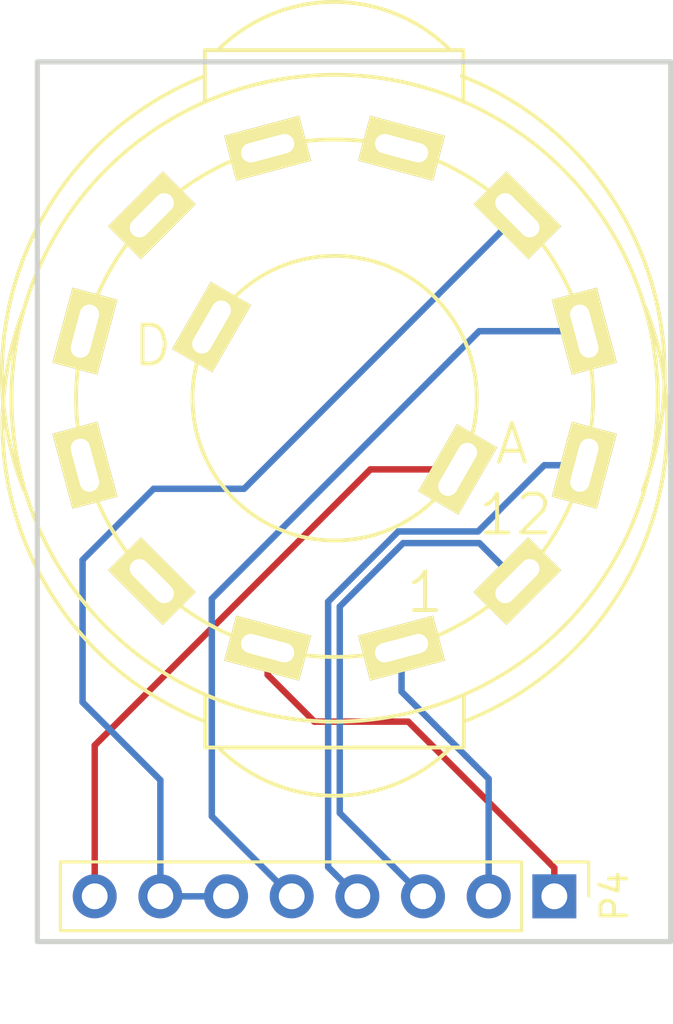
<source format=kicad_pcb>
(kicad_pcb (version 4) (host pcbnew 4.0.2-stable)

  (general
    (links 8)
    (no_connects 0)
    (area 0 0 0 0)
    (thickness 1.6)
    (drawings 8)
    (tracks 38)
    (zones 0)
    (modules 2)
    (nets 8)
  )

  (page A4)
  (layers
    (0 F.Cu signal)
    (1 In1.Cu power)
    (2 In2.Cu power)
    (31 B.Cu signal)
    (32 B.Adhes user)
    (33 F.Adhes user)
    (34 B.Paste user)
    (35 F.Paste user)
    (36 B.SilkS user)
    (37 F.SilkS user)
    (38 B.Mask user)
    (39 F.Mask user)
    (40 Dwgs.User user)
    (41 Cmts.User user)
    (42 Eco1.User user)
    (43 Eco2.User user)
    (44 Edge.Cuts user)
    (45 Margin user)
    (46 B.CrtYd user)
    (47 F.CrtYd user)
    (48 B.Fab user)
    (49 F.Fab user)
  )

  (setup
    (last_trace_width 0.25)
    (user_trace_width 0.25)
    (user_trace_width 0.4)
    (user_trace_width 0.6)
    (user_trace_width 0.8)
    (user_trace_width 1)
    (user_trace_width 2)
    (trace_clearance 0.2)
    (zone_clearance 0.254)
    (zone_45_only yes)
    (trace_min 0.2)
    (segment_width 0.2)
    (edge_width 0.2)
    (via_size 0.8)
    (via_drill 0.4)
    (via_min_size 0.4)
    (via_min_drill 0.3)
    (uvia_size 0.3)
    (uvia_drill 0.1)
    (uvias_allowed no)
    (uvia_min_size 0.2)
    (uvia_min_drill 0.1)
    (pcb_text_width 0.3)
    (pcb_text_size 1.5 1.5)
    (mod_edge_width 0.15)
    (mod_text_size 1 1)
    (mod_text_width 0.15)
    (pad_size 1 1)
    (pad_drill 1)
    (pad_to_mask_clearance 0.05)
    (pad_to_paste_clearance -0.05)
    (aux_axis_origin 0 0)
    (visible_elements 7FFEF77F)
    (pcbplotparams
      (layerselection 0x01400_00000000)
      (usegerberextensions false)
      (excludeedgelayer false)
      (linewidth 0.200000)
      (plotframeref false)
      (viasonmask false)
      (mode 1)
      (useauxorigin false)
      (hpglpennumber 1)
      (hpglpenspeed 20)
      (hpglpendiameter 15)
      (hpglpenoverlay 2)
      (psnegative false)
      (psa4output false)
      (plotreference true)
      (plotvalue false)
      (plotinvisibletext false)
      (padsonsilk false)
      (subtractmaskfromsilk false)
      (outputformat 3)
      (mirror false)
      (drillshape 0)
      (scaleselection 1)
      (outputdirectory Gerbers/))
  )

  (net 0 "")
  (net 1 "Net-(P4-Pad1)")
  (net 2 "Net-(P4-Pad2)")
  (net 3 "Net-(P4-Pad3)")
  (net 4 "Net-(P4-Pad4)")
  (net 5 "Net-(P4-Pad5)")
  (net 6 "Net-(P4-Pad6)")
  (net 7 "Net-(P4-Pad8)")

  (net_class Default "This is the default net class."
    (clearance 0.2)
    (trace_width 0.25)
    (via_dia 0.8)
    (via_drill 0.4)
    (uvia_dia 0.3)
    (uvia_drill 0.1)
    (add_net "Net-(P4-Pad1)")
    (add_net "Net-(P4-Pad2)")
    (add_net "Net-(P4-Pad3)")
    (add_net "Net-(P4-Pad4)")
    (add_net "Net-(P4-Pad5)")
    (add_net "Net-(P4-Pad6)")
    (add_net "Net-(P4-Pad8)")
  )

  (net_class POWER ""
    (clearance 0.2)
    (trace_width 0.35)
    (via_dia 0.9)
    (via_drill 0.45)
    (uvia_dia 0.3)
    (uvia_drill 0.1)
  )

  (module MyModules:SR2511-ALPHA (layer F.Cu) (tedit 5A6A5240) (tstamp 59C8803B)
    (at 81.15 48.4 180)
    (path /59FE7674)
    (fp_text reference SW5 (at 0 -17 180) (layer F.SilkS) hide
      (effects (font (size 1.5 1.5) (thickness 0.15)))
    )
    (fp_text value DP6T-ALPHA-SR2511 (at -0.05 -0.1 180) (layer F.SilkS) hide
      (effects (font (size 1.5 1.5) (thickness 0.15)))
    )
    (fp_circle (center 0 0) (end 0 -5.5) (layer F.SilkS) (width 0.15))
    (fp_text user 12 (at -7 -4.5 180) (layer F.SilkS)
      (effects (font (size 1.5 1.5) (thickness 0.15)))
    )
    (fp_text user 1 (at -3.5 -7.5 180) (layer F.SilkS)
      (effects (font (size 1.5 1.5) (thickness 0.15)))
    )
    (fp_text user D (at 7.04 2.03 180) (layer F.SilkS)
      (effects (font (size 1.5 1.5) (thickness 0.15)))
    )
    (fp_text user A (at -6.86 -1.77 180) (layer F.SilkS)
      (effects (font (size 1.5 1.5) (thickness 0.15)))
    )
    (fp_line (start -4.98 13.45) (end 5.02 13.45) (layer F.SilkS) (width 0.15))
    (fp_line (start -4.98 13.45) (end -4.98 11.45) (layer F.SilkS) (width 0.15))
    (fp_line (start 5.02 13.45) (end 5.02 11.45) (layer F.SilkS) (width 0.15))
    (fp_arc (start 0.02 8.95) (end -4.48 13.45) (angle -90) (layer F.SilkS) (width 0.15))
    (fp_arc (start 0.52 0.95) (end 5.02 12.45) (angle -90) (layer F.SilkS) (width 0.15))
    (fp_arc (start -0.42 0.95) (end -4.92 12.45) (angle 90) (layer F.SilkS) (width 0.15))
    (fp_arc (start -0.52 -0.99) (end -5.02 -12.49) (angle -90) (layer F.SilkS) (width 0.15))
    (fp_arc (start 0.5 -1) (end 5 -12.5) (angle 90) (layer F.SilkS) (width 0.15))
    (fp_arc (start 0 -9) (end -4.5 -13.5) (angle 90) (layer F.SilkS) (width 0.15))
    (fp_line (start 5 -13.5) (end 5 -11.5) (layer F.SilkS) (width 0.15))
    (fp_line (start -5 -13.5) (end -5 -11.5) (layer F.SilkS) (width 0.15))
    (fp_line (start -5 -13.5) (end 5 -13.5) (layer F.SilkS) (width 0.15))
    (fp_circle (center 0 0) (end 12.5 0) (layer F.SilkS) (width 0.15))
    (fp_circle (center 0 0) (end 0 -10) (layer F.SilkS) (width 0.15))
    (pad 1 thru_hole rect (at -2.59 -9.66 195) (size 3 1.8) (drill oval 2.1 0.75) (layers *.Cu *.Mask F.SilkS)
      (net 2 "Net-(P4-Pad2)"))
    (pad 12 thru_hole rect (at -7.07 -7.07 225) (size 3 1.8) (drill oval 2.1 0.75) (layers *.Cu *.Mask F.SilkS)
      (net 3 "Net-(P4-Pad3)"))
    (pad 11 thru_hole rect (at -9.66 -2.59 255) (size 3 1.8) (drill oval 2.1 0.75) (layers *.Cu *.Mask F.SilkS)
      (net 4 "Net-(P4-Pad4)"))
    (pad 10 thru_hole rect (at -9.66 2.59 105) (size 3 1.8) (drill oval 2.1 0.75) (layers *.Cu *.Mask F.SilkS)
      (net 5 "Net-(P4-Pad5)"))
    (pad 9 thru_hole rect (at -7.07 7.07 135) (size 3 1.8) (drill oval 2.1 0.75) (layers *.Cu *.Mask F.SilkS)
      (net 6 "Net-(P4-Pad6)"))
    (pad 8 thru_hole rect (at -2.59 9.66 165) (size 3 1.8) (drill oval 2.1 0.75) (layers *.Cu *.Mask F.SilkS))
    (pad D thru_hole rect (at 4.76 2.75 240) (size 3 1.8) (drill oval 2.25 0.75) (layers *.Cu *.Mask F.SilkS))
    (pad A thru_hole rect (at -4.76 -2.75 240) (size 3 1.8) (drill oval 2.25 0.75) (layers *.Cu *.Mask F.SilkS)
      (net 7 "Net-(P4-Pad8)"))
    (pad 2 thru_hole rect (at 2.59 -9.66 165) (size 3 1.8) (drill oval 2.1 0.75) (layers *.Cu *.Mask F.SilkS)
      (net 1 "Net-(P4-Pad1)"))
    (pad 3 thru_hole rect (at 7.07 -7.07 135) (size 3 1.8) (drill oval 2.1 0.75) (layers *.Cu *.Mask F.SilkS))
    (pad 4 thru_hole rect (at 9.66 -2.59 105) (size 3 1.8) (drill oval 2.1 0.75) (layers *.Cu *.Mask F.SilkS))
    (pad 5 thru_hole rect (at 9.66 2.59 255) (size 3 1.8) (drill oval 2.1 0.75) (layers *.Cu *.Mask F.SilkS))
    (pad 6 thru_hole rect (at 7.07 7.07 225) (size 3 1.8) (drill oval 2.1 0.75) (layers *.Cu *.Mask F.SilkS))
    (pad 7 thru_hole rect (at 2.59 9.66 195) (size 3 1.8) (drill oval 2.1 0.75) (layers *.Cu *.Mask F.SilkS))
  )

  (module Pin_Headers:Pin_Header_Straight_1x08_Pitch2.54mm (layer F.Cu) (tedit 59650532) (tstamp 5A125B40)
    (at 89.65 67.65 270)
    (descr "Through hole straight pin header, 1x08, 2.54mm pitch, single row")
    (tags "Through hole pin header THT 1x08 2.54mm single row")
    (path /59CBF793)
    (fp_text reference P4 (at 0 -2.33 270) (layer F.SilkS)
      (effects (font (size 1 1) (thickness 0.15)))
    )
    (fp_text value CONN_01X08 (at 0 20.11 270) (layer F.Fab)
      (effects (font (size 1 1) (thickness 0.15)))
    )
    (fp_line (start -0.635 -1.27) (end 1.27 -1.27) (layer F.Fab) (width 0.1))
    (fp_line (start 1.27 -1.27) (end 1.27 19.05) (layer F.Fab) (width 0.1))
    (fp_line (start 1.27 19.05) (end -1.27 19.05) (layer F.Fab) (width 0.1))
    (fp_line (start -1.27 19.05) (end -1.27 -0.635) (layer F.Fab) (width 0.1))
    (fp_line (start -1.27 -0.635) (end -0.635 -1.27) (layer F.Fab) (width 0.1))
    (fp_line (start -1.33 19.11) (end 1.33 19.11) (layer F.SilkS) (width 0.12))
    (fp_line (start -1.33 1.27) (end -1.33 19.11) (layer F.SilkS) (width 0.12))
    (fp_line (start 1.33 1.27) (end 1.33 19.11) (layer F.SilkS) (width 0.12))
    (fp_line (start -1.33 1.27) (end 1.33 1.27) (layer F.SilkS) (width 0.12))
    (fp_line (start -1.33 0) (end -1.33 -1.33) (layer F.SilkS) (width 0.12))
    (fp_line (start -1.33 -1.33) (end 0 -1.33) (layer F.SilkS) (width 0.12))
    (fp_line (start -1.8 -1.8) (end -1.8 19.55) (layer F.CrtYd) (width 0.05))
    (fp_line (start -1.8 19.55) (end 1.8 19.55) (layer F.CrtYd) (width 0.05))
    (fp_line (start 1.8 19.55) (end 1.8 -1.8) (layer F.CrtYd) (width 0.05))
    (fp_line (start 1.8 -1.8) (end -1.8 -1.8) (layer F.CrtYd) (width 0.05))
    (fp_text user %R (at 0 8.89 360) (layer F.Fab)
      (effects (font (size 1 1) (thickness 0.15)))
    )
    (pad 1 thru_hole rect (at 0 0 270) (size 1.7 1.7) (drill 1) (layers *.Cu *.Mask)
      (net 1 "Net-(P4-Pad1)"))
    (pad 2 thru_hole oval (at 0 2.54 270) (size 1.7 1.7) (drill 1) (layers *.Cu *.Mask)
      (net 2 "Net-(P4-Pad2)"))
    (pad 3 thru_hole oval (at 0 5.08 270) (size 1.7 1.7) (drill 1) (layers *.Cu *.Mask)
      (net 3 "Net-(P4-Pad3)"))
    (pad 4 thru_hole oval (at 0 7.62 270) (size 1.7 1.7) (drill 1) (layers *.Cu *.Mask)
      (net 4 "Net-(P4-Pad4)"))
    (pad 5 thru_hole oval (at 0 10.16 270) (size 1.7 1.7) (drill 1) (layers *.Cu *.Mask)
      (net 5 "Net-(P4-Pad5)"))
    (pad 6 thru_hole oval (at 0 12.7 270) (size 1.7 1.7) (drill 1) (layers *.Cu *.Mask)
      (net 6 "Net-(P4-Pad6)"))
    (pad 7 thru_hole oval (at 0 15.24 270) (size 1.7 1.7) (drill 1) (layers *.Cu *.Mask)
      (net 6 "Net-(P4-Pad6)"))
    (pad 8 thru_hole oval (at 0 17.78 270) (size 1.7 1.7) (drill 1) (layers *.Cu *.Mask)
      (net 7 "Net-(P4-Pad8)"))
    (model ${KISYS3DMOD}/Pin_Headers.3dshapes/Pin_Header_Straight_1x08_Pitch2.54mm.wrl
      (at (xyz 0 0 0))
      (scale (xyz 1 1 1))
      (rotate (xyz 0 0 0))
    )
  )

  (gr_line (start 94.15 40.4) (end 94.15 69.4) (layer Edge.Cuts) (width 0.2) (tstamp 59FE3CB9))
  (gr_line (start 69.65 35.4) (end 94.15 35.4) (layer Edge.Cuts) (width 0.2))
  (gr_line (start 69.65 69.4) (end 69.65 35.4) (layer Edge.Cuts) (width 0.2))
  (gr_line (start 69.65 69.4) (end 94.15 69.4) (layer Edge.Cuts) (width 0.2) (tstamp 59FCF44A))
  (gr_line (start 94.15 40.4) (end 94.15 35.4) (layer Edge.Cuts) (width 0.2))
  (gr_line (start 81.151092 55.404457) (end 81.151092 51.404457) (layer Eco1.User) (width 0.1))
  (gr_line (start 79.151091 53.404457) (end 83.151091 53.404457) (layer Eco1.User) (width 0.1))
  (gr_line (start 69.651101 40.453581) (end 69.651101 40.453581) (layer Eco1.User) (width 0.1))

  (segment (start 78.56 58.06) (end 78.56 59.091748) (width 0.25) (layer F.Cu) (net 1))
  (segment (start 78.56 59.091748) (end 80.368252 60.9) (width 0.25) (layer F.Cu) (net 1))
  (segment (start 80.368252 60.9) (end 84 60.9) (width 0.25) (layer F.Cu) (net 1))
  (segment (start 89.65 67.65) (end 89.65 66.55) (width 0.25) (layer F.Cu) (net 1))
  (segment (start 89.65 66.55) (end 84 60.9) (width 0.25) (layer F.Cu) (net 1))
  (segment (start 83.74 58.06) (end 83.74 59.74) (width 0.25) (layer B.Cu) (net 2))
  (segment (start 83.74 59.74) (end 87.11 63.11) (width 0.25) (layer B.Cu) (net 2))
  (segment (start 87.11 63.11) (end 87.11 67.65) (width 0.25) (layer B.Cu) (net 2))
  (segment (start 88.22 55.47) (end 86.75 54) (width 0.25) (layer B.Cu) (net 3))
  (segment (start 83.720001 66.800001) (end 84.57 67.65) (width 0.25) (layer B.Cu) (net 3))
  (segment (start 86.75 54) (end 83.8 54) (width 0.25) (layer B.Cu) (net 3))
  (segment (start 83.8 54) (end 81.350011 56.449989) (width 0.25) (layer B.Cu) (net 3))
  (segment (start 81.350011 64.430011) (end 83.720001 66.800001) (width 0.25) (layer B.Cu) (net 3))
  (segment (start 81.350011 56.449989) (end 81.350011 64.430011) (width 0.25) (layer B.Cu) (net 3))
  (segment (start 90.81 50.99) (end 89.26 50.99) (width 0.25) (layer B.Cu) (net 4))
  (segment (start 80.9 66.52) (end 81.180001 66.800001) (width 0.25) (layer B.Cu) (net 4))
  (segment (start 89.26 50.99) (end 86.700011 53.549989) (width 0.25) (layer B.Cu) (net 4))
  (segment (start 86.700011 53.549989) (end 83.6136 53.549989) (width 0.25) (layer B.Cu) (net 4))
  (segment (start 83.6136 53.549989) (end 80.9 56.263589) (width 0.25) (layer B.Cu) (net 4))
  (segment (start 80.9 56.263589) (end 80.9 66.52) (width 0.25) (layer B.Cu) (net 4))
  (segment (start 81.180001 66.800001) (end 82.03 67.65) (width 0.25) (layer B.Cu) (net 4))
  (segment (start 90.81 45.81) (end 86.74 45.81) (width 0.25) (layer B.Cu) (net 5))
  (segment (start 78.640001 66.800001) (end 79.49 67.65) (width 0.25) (layer B.Cu) (net 5))
  (segment (start 86.74 45.81) (end 76.4 56.15) (width 0.25) (layer B.Cu) (net 5))
  (segment (start 76.4 56.15) (end 76.4 64.56) (width 0.25) (layer B.Cu) (net 5))
  (segment (start 76.4 64.56) (end 78.640001 66.800001) (width 0.25) (layer B.Cu) (net 5))
  (segment (start 74.41 67.65) (end 75.612081 67.65) (width 0.25) (layer B.Cu) (net 6))
  (segment (start 75.612081 67.65) (end 76.95 67.65) (width 0.25) (layer B.Cu) (net 6))
  (segment (start 88.22 41.33) (end 77.65 51.9) (width 0.25) (layer B.Cu) (net 6))
  (segment (start 71.4 54.65) (end 71.4 60.15) (width 0.25) (layer B.Cu) (net 6))
  (segment (start 77.65 51.9) (end 74.15 51.9) (width 0.25) (layer B.Cu) (net 6))
  (segment (start 74.15 51.9) (end 71.4 54.65) (width 0.25) (layer B.Cu) (net 6))
  (segment (start 71.4 60.15) (end 74.41 63.16) (width 0.25) (layer B.Cu) (net 6))
  (segment (start 74.41 63.16) (end 74.41 67.65) (width 0.25) (layer B.Cu) (net 6))
  (segment (start 85.91 51.15) (end 82.536852 51.15) (width 0.25) (layer F.Cu) (net 7))
  (segment (start 71.87 61.816852) (end 71.87 66.447919) (width 0.25) (layer F.Cu) (net 7))
  (segment (start 71.87 66.447919) (end 71.87 67.65) (width 0.25) (layer F.Cu) (net 7))
  (segment (start 82.536852 51.15) (end 71.87 61.816852) (width 0.25) (layer F.Cu) (net 7))

)

</source>
